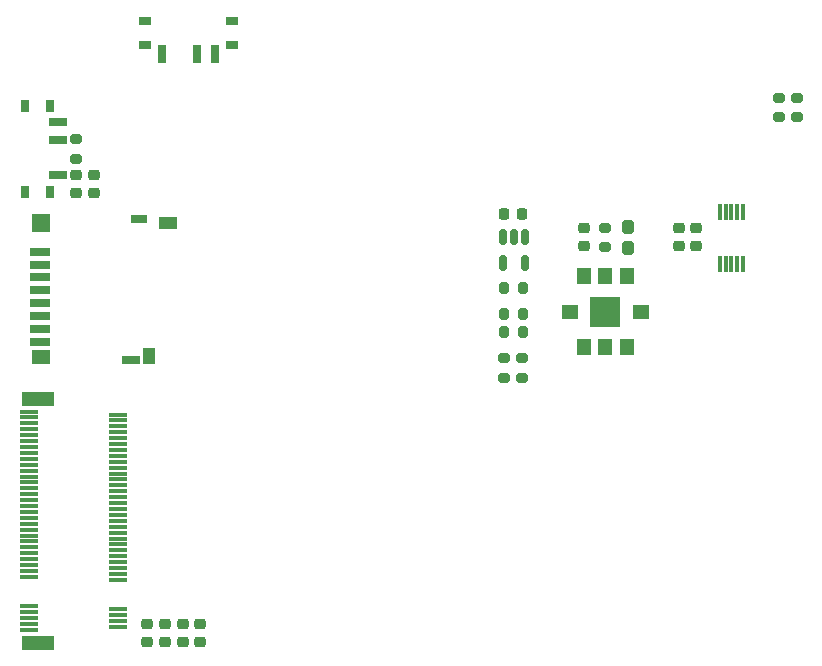
<source format=gbr>
%TF.GenerationSoftware,KiCad,Pcbnew,(5.99.0-10407-g1e8b23402c)*%
%TF.CreationDate,2021-06-15T10:43:31-06:00*%
%TF.ProjectId,lobby,6c6f6262-792e-46b6-9963-61645f706362,rev?*%
%TF.SameCoordinates,Original*%
%TF.FileFunction,Paste,Bot*%
%TF.FilePolarity,Positive*%
%FSLAX46Y46*%
G04 Gerber Fmt 4.6, Leading zero omitted, Abs format (unit mm)*
G04 Created by KiCad (PCBNEW (5.99.0-10407-g1e8b23402c)) date 2021-06-15 10:43:31*
%MOMM*%
%LPD*%
G01*
G04 APERTURE LIST*
G04 Aperture macros list*
%AMRoundRect*
0 Rectangle with rounded corners*
0 $1 Rounding radius*
0 $2 $3 $4 $5 $6 $7 $8 $9 X,Y pos of 4 corners*
0 Add a 4 corners polygon primitive as box body*
4,1,4,$2,$3,$4,$5,$6,$7,$8,$9,$2,$3,0*
0 Add four circle primitives for the rounded corners*
1,1,$1+$1,$2,$3*
1,1,$1+$1,$4,$5*
1,1,$1+$1,$6,$7*
1,1,$1+$1,$8,$9*
0 Add four rect primitives between the rounded corners*
20,1,$1+$1,$2,$3,$4,$5,0*
20,1,$1+$1,$4,$5,$6,$7,0*
20,1,$1+$1,$6,$7,$8,$9,0*
20,1,$1+$1,$8,$9,$2,$3,0*%
G04 Aperture macros list end*
%ADD10R,1.000000X0.800000*%
%ADD11R,0.700000X1.500000*%
%ADD12RoundRect,0.225000X-0.250000X0.225000X-0.250000X-0.225000X0.250000X-0.225000X0.250000X0.225000X0*%
%ADD13RoundRect,0.200000X-0.200000X-0.275000X0.200000X-0.275000X0.200000X0.275000X-0.200000X0.275000X0*%
%ADD14R,2.750000X1.200000*%
%ADD15R,1.550000X0.300000*%
%ADD16RoundRect,0.225000X0.250000X-0.225000X0.250000X0.225000X-0.250000X0.225000X-0.250000X-0.225000X0*%
%ADD17RoundRect,0.225000X-0.225000X-0.250000X0.225000X-0.250000X0.225000X0.250000X-0.225000X0.250000X0*%
%ADD18RoundRect,0.200000X0.275000X-0.200000X0.275000X0.200000X-0.275000X0.200000X-0.275000X-0.200000X0*%
%ADD19R,1.750000X0.700000*%
%ADD20R,1.550000X1.000000*%
%ADD21R,1.000000X1.475000*%
%ADD22R,1.500000X0.800000*%
%ADD23R,1.500000X1.300000*%
%ADD24R,1.500000X1.500000*%
%ADD25R,1.400000X0.800000*%
%ADD26R,1.500000X0.700000*%
%ADD27R,0.800000X1.000000*%
%ADD28RoundRect,0.200000X0.200000X0.275000X-0.200000X0.275000X-0.200000X-0.275000X0.200000X-0.275000X0*%
%ADD29RoundRect,0.250000X0.275000X-0.312500X0.275000X0.312500X-0.275000X0.312500X-0.275000X-0.312500X0*%
%ADD30RoundRect,0.200000X-0.275000X0.200000X-0.275000X-0.200000X0.275000X-0.200000X0.275000X0.200000X0*%
%ADD31R,0.300000X1.400000*%
%ADD32R,1.200000X1.350000*%
%ADD33R,1.350000X1.200000*%
%ADD34R,2.600000X2.600000*%
%ADD35RoundRect,0.150000X-0.150000X0.512500X-0.150000X-0.512500X0.150000X-0.512500X0.150000X0.512500X0*%
G04 APERTURE END LIST*
D10*
%TO.C,SW1*%
X30850000Y-20650000D03*
X38150000Y-22750000D03*
X38150000Y-20650000D03*
X30850000Y-22750000D03*
D11*
X36750000Y-23450000D03*
X35250000Y-23450000D03*
X32250000Y-23450000D03*
%TD*%
D12*
%TO.C,C5*%
X32500000Y-71725000D03*
X32500000Y-73275000D03*
%TD*%
D13*
%TO.C,R7*%
X61175000Y-43250000D03*
X62825000Y-43250000D03*
%TD*%
D14*
%TO.C,U2*%
X21750000Y-52650000D03*
X21750000Y-73350000D03*
D15*
X20975000Y-53750000D03*
X28525000Y-54000000D03*
X20975000Y-54250000D03*
X28525000Y-54500000D03*
X20975000Y-54750000D03*
X28525000Y-55000000D03*
X20975000Y-55250000D03*
X28525000Y-55500000D03*
X20975000Y-55750000D03*
X28525000Y-56000000D03*
X20975000Y-56250000D03*
X28525000Y-56500000D03*
X20975000Y-56750000D03*
X28525000Y-57000000D03*
X20975000Y-57250000D03*
X28525000Y-57500000D03*
X20975000Y-57750000D03*
X28525000Y-58000000D03*
X20975000Y-58250000D03*
X28525000Y-58500000D03*
X20975000Y-58750000D03*
X28525000Y-59000000D03*
X20975000Y-59250000D03*
X28525000Y-59500000D03*
X20975000Y-59750000D03*
X28525000Y-60000000D03*
X20975000Y-60250000D03*
X28525000Y-60500000D03*
X20975000Y-60750000D03*
X28525000Y-61000000D03*
X20975000Y-61250000D03*
X28525000Y-61500000D03*
X20975000Y-61750000D03*
X28525000Y-62000000D03*
X20975000Y-62250000D03*
X28525000Y-62500000D03*
X20975000Y-62750000D03*
X28525000Y-63000000D03*
X20975000Y-63250000D03*
X28525000Y-63500000D03*
X20975000Y-63750000D03*
X28525000Y-64000000D03*
X20975000Y-64250000D03*
X28525000Y-64500000D03*
X20975000Y-64750000D03*
X28525000Y-65000000D03*
X20975000Y-65250000D03*
X28525000Y-65500000D03*
X20975000Y-65750000D03*
X28525000Y-66000000D03*
X20975000Y-66250000D03*
X28525000Y-66500000D03*
X20975000Y-66750000D03*
X28525000Y-67000000D03*
X20975000Y-67250000D03*
X28525000Y-67500000D03*
X20975000Y-67750000D03*
X28525000Y-68000000D03*
X20975000Y-70250000D03*
X28525000Y-70500000D03*
X20975000Y-70750000D03*
X28525000Y-71000000D03*
X20975000Y-71250000D03*
X28525000Y-71500000D03*
X20975000Y-71750000D03*
X28525000Y-72000000D03*
X20975000Y-72250000D03*
%TD*%
D12*
%TO.C,C4*%
X34000000Y-71725000D03*
X34000000Y-73275000D03*
%TD*%
%TO.C,C11*%
X31000000Y-71715000D03*
X31000000Y-73265000D03*
%TD*%
%TO.C,C9*%
X76000000Y-38225000D03*
X76000000Y-39775000D03*
%TD*%
D16*
%TO.C,C7*%
X68000000Y-39775000D03*
X68000000Y-38225000D03*
%TD*%
D17*
%TO.C,C1*%
X61225000Y-37000000D03*
X62775000Y-37000000D03*
%TD*%
D18*
%TO.C,R3*%
X86000000Y-28825000D03*
X86000000Y-27175000D03*
%TD*%
D19*
%TO.C,J3*%
X21925000Y-40200000D03*
X21925000Y-41300000D03*
X21925000Y-42400000D03*
X21925000Y-43500000D03*
X21925000Y-44600000D03*
X21925000Y-45700000D03*
X21925000Y-46800000D03*
X21925000Y-47900000D03*
D20*
X32725000Y-37750000D03*
D21*
X31150000Y-49037500D03*
D22*
X29650000Y-49375000D03*
D23*
X22050000Y-49100000D03*
D24*
X22050000Y-37750000D03*
D25*
X30300000Y-37425000D03*
%TD*%
D26*
%TO.C,SW2*%
X23450000Y-33750000D03*
X23450000Y-30750000D03*
X23450000Y-29250000D03*
D27*
X22750000Y-35150000D03*
X20650000Y-27850000D03*
X22750000Y-27850000D03*
X20650000Y-35150000D03*
%TD*%
D28*
%TO.C,R6*%
X62825000Y-45500000D03*
X61175000Y-45500000D03*
%TD*%
D29*
%TO.C,C6*%
X71750000Y-39887500D03*
X71750000Y-38112500D03*
%TD*%
D12*
%TO.C,C8*%
X77500000Y-38225000D03*
X77500000Y-39775000D03*
%TD*%
%TO.C,C2*%
X26500000Y-33725000D03*
X26500000Y-35275000D03*
%TD*%
D30*
%TO.C,R9*%
X69750000Y-38175000D03*
X69750000Y-39825000D03*
%TD*%
D28*
%TO.C,R5*%
X62825000Y-47000000D03*
X61175000Y-47000000D03*
%TD*%
D30*
%TO.C,R1*%
X61250000Y-49225000D03*
X61250000Y-50875000D03*
%TD*%
D18*
%TO.C,R8*%
X25000000Y-32325000D03*
X25000000Y-30675000D03*
%TD*%
D31*
%TO.C,U4*%
X79470000Y-36890000D03*
X79970000Y-36890000D03*
X80470000Y-36890000D03*
X80970000Y-36890000D03*
X81470000Y-36890000D03*
X81470000Y-41290000D03*
X80970000Y-41290000D03*
X80470000Y-41290000D03*
X79970000Y-41290000D03*
X79470000Y-41290000D03*
%TD*%
D30*
%TO.C,R2*%
X62750000Y-49225000D03*
X62750000Y-50875000D03*
%TD*%
D18*
%TO.C,R4*%
X84500000Y-28825000D03*
X84500000Y-27175000D03*
%TD*%
D32*
%TO.C,U3*%
X71605000Y-48260000D03*
X69805000Y-48260000D03*
X68005000Y-48260000D03*
D33*
X66830000Y-45285000D03*
D32*
X68005000Y-42310000D03*
X69805000Y-42310000D03*
X71605000Y-42310000D03*
D33*
X72780000Y-45285000D03*
D34*
X69805000Y-45285000D03*
%TD*%
D12*
%TO.C,C3*%
X25000000Y-33725000D03*
X25000000Y-35275000D03*
%TD*%
%TO.C,C10*%
X35500000Y-71725000D03*
X35500000Y-73275000D03*
%TD*%
D35*
%TO.C,U1*%
X61100000Y-38932500D03*
X62050000Y-38932500D03*
X63000000Y-38932500D03*
X63000000Y-41207500D03*
X61100000Y-41207500D03*
%TD*%
M02*

</source>
